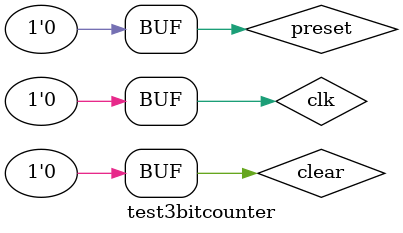
<source format=sv>
`timescale 1ns / 1ps


module test3bitcounter();
    logic clk;
    logic clear;
    logic preset;
    logic [2:0] counter;
    
    ThreeBitGrayCounter dut(clk, clear, preset, counter);
    
    initial begin
       preset <= 0;
       clear <= 1;
       #40;
       preset <= 1;
       clear <= 0;
       #40;
       preset <= 0;
    end
    
    always begin
       clk = 1; #5;
       clk = 0; #5;
    end
endmodule
</source>
